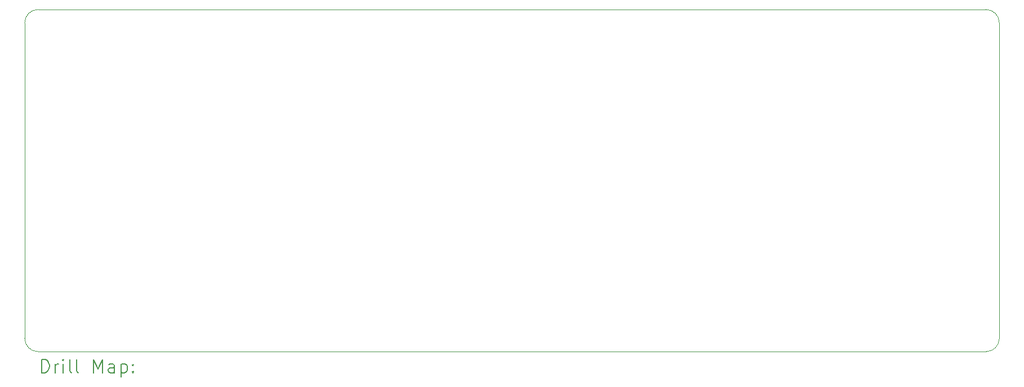
<source format=gbr>
%TF.GenerationSoftware,KiCad,Pcbnew,7.0.9*%
%TF.CreationDate,2024-12-03T23:44:50-05:00*%
%TF.ProjectId,tiny-keeb,74696e79-2d6b-4656-9562-2e6b69636164,rev?*%
%TF.SameCoordinates,Original*%
%TF.FileFunction,Drillmap*%
%TF.FilePolarity,Positive*%
%FSLAX45Y45*%
G04 Gerber Fmt 4.5, Leading zero omitted, Abs format (unit mm)*
G04 Created by KiCad (PCBNEW 7.0.9) date 2024-12-03 23:44:50*
%MOMM*%
%LPD*%
G01*
G04 APERTURE LIST*
%ADD10C,0.100000*%
%ADD11C,0.200000*%
G04 APERTURE END LIST*
D10*
X16437100Y-9951300D02*
X2187100Y-9951300D01*
X16637100Y-5001300D02*
X16637100Y-9751300D01*
X2187100Y-4801300D02*
X16437100Y-4801300D01*
X1987100Y-9751300D02*
X1987100Y-5001300D01*
X16437100Y-9951300D02*
G75*
G03*
X16637100Y-9751300I0J200000D01*
G01*
X1987100Y-9751300D02*
G75*
G03*
X2187100Y-9951300I200000J0D01*
G01*
X2187100Y-4801300D02*
G75*
G03*
X1987100Y-5001300I0J-200000D01*
G01*
X16637100Y-5001300D02*
G75*
G03*
X16437100Y-4801300I-200000J0D01*
G01*
D11*
X2242877Y-10267784D02*
X2242877Y-10067784D01*
X2242877Y-10067784D02*
X2290496Y-10067784D01*
X2290496Y-10067784D02*
X2319067Y-10077308D01*
X2319067Y-10077308D02*
X2338115Y-10096355D01*
X2338115Y-10096355D02*
X2347639Y-10115403D01*
X2347639Y-10115403D02*
X2357163Y-10153498D01*
X2357163Y-10153498D02*
X2357163Y-10182070D01*
X2357163Y-10182070D02*
X2347639Y-10220165D01*
X2347639Y-10220165D02*
X2338115Y-10239212D01*
X2338115Y-10239212D02*
X2319067Y-10258260D01*
X2319067Y-10258260D02*
X2290496Y-10267784D01*
X2290496Y-10267784D02*
X2242877Y-10267784D01*
X2442877Y-10267784D02*
X2442877Y-10134450D01*
X2442877Y-10172546D02*
X2452401Y-10153498D01*
X2452401Y-10153498D02*
X2461924Y-10143974D01*
X2461924Y-10143974D02*
X2480972Y-10134450D01*
X2480972Y-10134450D02*
X2500020Y-10134450D01*
X2566686Y-10267784D02*
X2566686Y-10134450D01*
X2566686Y-10067784D02*
X2557163Y-10077308D01*
X2557163Y-10077308D02*
X2566686Y-10086831D01*
X2566686Y-10086831D02*
X2576210Y-10077308D01*
X2576210Y-10077308D02*
X2566686Y-10067784D01*
X2566686Y-10067784D02*
X2566686Y-10086831D01*
X2690496Y-10267784D02*
X2671448Y-10258260D01*
X2671448Y-10258260D02*
X2661924Y-10239212D01*
X2661924Y-10239212D02*
X2661924Y-10067784D01*
X2795258Y-10267784D02*
X2776210Y-10258260D01*
X2776210Y-10258260D02*
X2766686Y-10239212D01*
X2766686Y-10239212D02*
X2766686Y-10067784D01*
X3023829Y-10267784D02*
X3023829Y-10067784D01*
X3023829Y-10067784D02*
X3090496Y-10210641D01*
X3090496Y-10210641D02*
X3157162Y-10067784D01*
X3157162Y-10067784D02*
X3157162Y-10267784D01*
X3338115Y-10267784D02*
X3338115Y-10163022D01*
X3338115Y-10163022D02*
X3328591Y-10143974D01*
X3328591Y-10143974D02*
X3309543Y-10134450D01*
X3309543Y-10134450D02*
X3271448Y-10134450D01*
X3271448Y-10134450D02*
X3252401Y-10143974D01*
X3338115Y-10258260D02*
X3319067Y-10267784D01*
X3319067Y-10267784D02*
X3271448Y-10267784D01*
X3271448Y-10267784D02*
X3252401Y-10258260D01*
X3252401Y-10258260D02*
X3242877Y-10239212D01*
X3242877Y-10239212D02*
X3242877Y-10220165D01*
X3242877Y-10220165D02*
X3252401Y-10201117D01*
X3252401Y-10201117D02*
X3271448Y-10191593D01*
X3271448Y-10191593D02*
X3319067Y-10191593D01*
X3319067Y-10191593D02*
X3338115Y-10182070D01*
X3433353Y-10134450D02*
X3433353Y-10334450D01*
X3433353Y-10143974D02*
X3452401Y-10134450D01*
X3452401Y-10134450D02*
X3490496Y-10134450D01*
X3490496Y-10134450D02*
X3509543Y-10143974D01*
X3509543Y-10143974D02*
X3519067Y-10153498D01*
X3519067Y-10153498D02*
X3528591Y-10172546D01*
X3528591Y-10172546D02*
X3528591Y-10229689D01*
X3528591Y-10229689D02*
X3519067Y-10248736D01*
X3519067Y-10248736D02*
X3509543Y-10258260D01*
X3509543Y-10258260D02*
X3490496Y-10267784D01*
X3490496Y-10267784D02*
X3452401Y-10267784D01*
X3452401Y-10267784D02*
X3433353Y-10258260D01*
X3614305Y-10248736D02*
X3623829Y-10258260D01*
X3623829Y-10258260D02*
X3614305Y-10267784D01*
X3614305Y-10267784D02*
X3604782Y-10258260D01*
X3604782Y-10258260D02*
X3614305Y-10248736D01*
X3614305Y-10248736D02*
X3614305Y-10267784D01*
X3614305Y-10143974D02*
X3623829Y-10153498D01*
X3623829Y-10153498D02*
X3614305Y-10163022D01*
X3614305Y-10163022D02*
X3604782Y-10153498D01*
X3604782Y-10153498D02*
X3614305Y-10143974D01*
X3614305Y-10143974D02*
X3614305Y-10163022D01*
M02*

</source>
